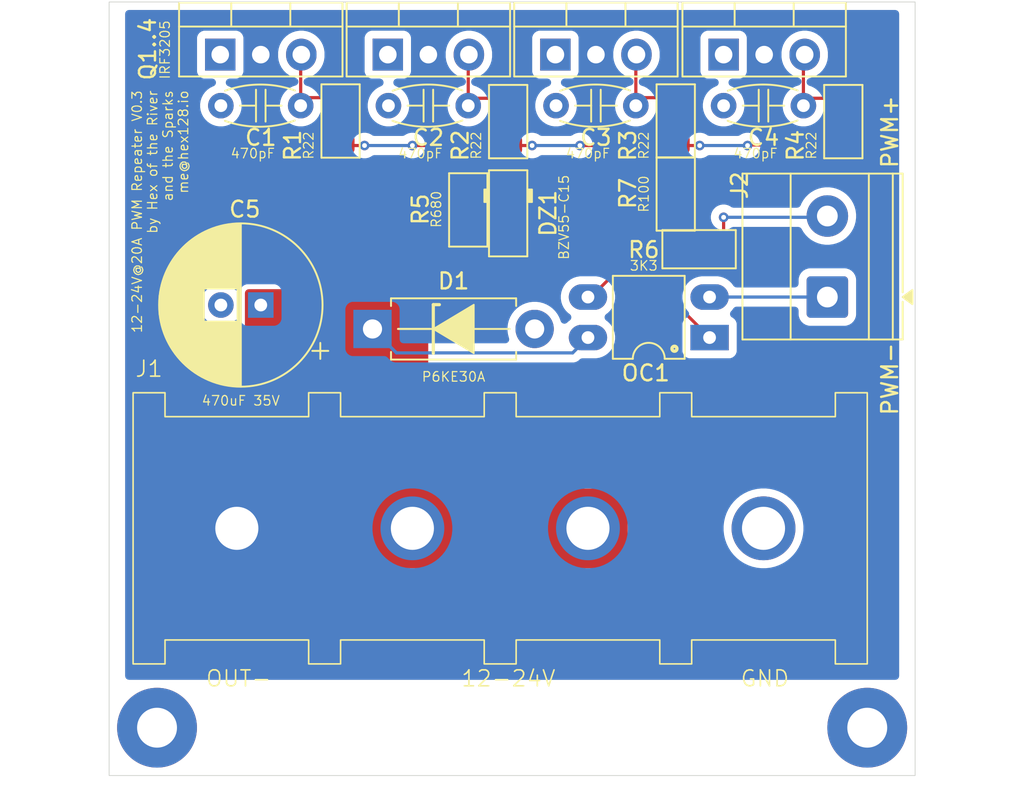
<source format=kicad_pcb>
(kicad_pcb (version 20241229) (generator "pcbnew") (generator_version "9.0")
  (title_block (title "PWM Repeater") (date "2025-04-30") (rev "0.3") (company "Hex of the River and the Sparks"))
  (layers (0 "F.Cu" power) (2 "B.Cu" mixed) (13 "F.Paste" user) (15 "B.Paste" user) (5 "F.SilkS" user "F.Silkscreen") (7 "B.SilkS" user "B.Silkscreen") (1 "F.Mask" user) (3 "B.Mask" user) (25 "Edge.Cuts" user))
  (net 0 "")
  (net 1 "GND")
  (net 2 "Net-(Q1-S)")
  (net 3 "Net-(Q2-S)")
  (net 4 "Net-(Q3-S)")
  (net 5 "Net-(Q4-S)")
  (net 6 "+24V")
  (net 7 "Net-(DZ1-K)")
  (net 8 "Net-(OC1-Pad3)")
  (net 9 "PWM-")
  (net 10 "Net-(OC1-Pad1)")
  (net 11 "OUT-")
  (net 12 "PWM+")
  (footprint "PCM_Capacitor_THT_AKL:C_Disc_D4.7mm_W2.5mm_P5.00mm" (layer "F.Cu") (at 77 45.5)
    (property "Reference" "C4" (at 2.5 2 0) (layer "F.SilkS"))
    (property "Value" "470pF" (at 2 3 0) (layer "F.SilkS") (effects (font (size 0.6 0.6) (thickness 0.075))))
    (fp_line (start 1.2 0) (end 2.2 0) (stroke (width 0.12)) (layer "F.SilkS"))
    (fp_line (start 2.2 0) (end 2.2 -1) (stroke (width 0.12)) (layer "F.SilkS"))
    (fp_line (start 2.2 0) (end 2.2 1) (stroke (width 0.12)) (layer "F.SilkS"))
    (fp_line (start 2.8 -1) (end 2.8 1) (stroke (width 0.12)) (layer "F.SilkS"))
    (fp_line (start 2.8 0) (end 3.8 0) (stroke (width 0.12)) (layer "F.SilkS"))
    (fp_arc (start 0.261356 -0.932324) (mid 2.44667 -1.323463) (end 4.6355 -0.9525) (stroke (width 0.12)) (layer "F.SilkS"))
    (fp_arc (start 4.628144 0.932323) (mid 2.44283 1.323462) (end 0.254 0.9525) (stroke (width 0.12)) (layer "F.SilkS"))
    (pad "1" thru_hole circle (at 0 0) (size 1.6 1.6) (drill 0.8) (layers "*.Cu" "*.Mask") (net 1 "GND"))
    (pad "2" thru_hole circle (at 5 0) (size 1.6 1.6) (drill 0.8) (layers "*.Cu" "*.Mask") (net 5 "Net-(Q4-S)"))
  )
  (footprint "PCM_Resistor_SMD_AKL:R_1206_3216Metric" (layer "F.Cu") (at 63.5 46.5 -90)
    (property "Reference" "R2" (at 1.5 3 90) (layer "F.SilkS"))
    (property "Value" "R22" (at 1.5 2 90) (layer "F.SilkS") (effects (font (size 0.6 0.6) (thickness 0.075))))
    (fp_line (start -2.3 1.2) (end 2.3 1.2) (stroke (width 0.12)) (layer "F.SilkS"))
    (fp_line (start 2.3 1.2) (end 2.3 -1.2) (stroke (width 0.12)) (layer "F.SilkS"))
    (fp_line (start -2.3 -1.2) (end -2.3 1.2) (stroke (width 0.12)) (layer "F.SilkS"))
    (fp_line (start 2.3 -1.2) (end -2.3 -1.2) (stroke (width 0.12)) (layer "F.SilkS"))
    (pad "1" smd roundrect (at -1.4625 0 270) (size 1.125 1.75) (layers "F.Cu" "F.Mask" "F.Paste") (roundrect_rratio 0.222222) (net 3 "Net-(Q2-S)"))
    (pad "2" smd roundrect (at 1.4625 0 270) (size 1.125 1.75) (layers "F.Cu" "F.Mask" "F.Paste") (roundrect_rratio 0.222222) (net 7 "Net-(DZ1-K)"))
  )
  (footprint "PCM_Package_DIP_AKL:DIP-4_W7.62mm_LongPads" (layer "F.Cu") (at 76.12 60.04 180)
    (property "Reference" "OC1" (at 4 -2.225 0) (layer "F.SilkS"))
    (property "Value" "PC817" (hide yes))
    (fp_line (start 6.06 3.87) (end 6.06 -1.33) (stroke (width 0.12)) (layer "F.SilkS"))
    (fp_line (start 6.06 -1.33) (end 4.81 -1.33) (stroke (width 0.12)) (layer "F.SilkS"))
    (fp_line (start 2.81 -1.33) (end 1.56 -1.33) (stroke (width 0.12)) (layer "F.SilkS"))
    (fp_line (start 1.56 3.87) (end 6.06 3.87) (stroke (width 0.12)) (layer "F.SilkS"))
    (fp_line (start 1.56 -1.33) (end 1.56 3.87) (stroke (width 0.12)) (layer "F.SilkS"))
    (fp_arc (start 4.81 -1.33) (mid 3.81 -0.33) (end 2.81 -1.33) (stroke (width 0.12)) (layer "F.SilkS"))
    (fp_circle (center 2.2 -0.7) (end 2.4 -0.7) (stroke (width 0.12)) (fill no) (layer "F.SilkS"))
    (fp_circle (center 2.2 -0.7) (end 2.325 -0.7) (stroke (width 0.12)) (fill no) (layer "F.SilkS"))
    (fp_circle (center 2.2 -0.7) (end 2.25 -0.7) (stroke (width 0.12)) (fill no) (layer "F.SilkS"))
    (pad "1" thru_hole rect (at 0 0 180) (size 2.4 1.6) (drill 0.8) (layers "*.Cu" "*.Mask") (net 10 "Net-(OC1-Pad1)"))
    (pad "2" thru_hole oval (at 0 2.54 180) (size 2.4 1.6) (drill 0.8) (layers "*.Cu" "*.Mask") (net 9 "PWM-"))
    (pad "3" thru_hole oval (at 7.62 2.54 180) (size 2.4 1.6) (drill 0.8) (layers "*.Cu" "*.Mask") (net 8 "Net-(OC1-Pad3)"))
    (pad "4" thru_hole oval (at 7.62 0 180) (size 2.4 1.6) (drill 0.8) (layers "*.Cu" "*.Mask") (net 6 "+24V"))
  )
  (footprint "PCM_Diode_SMD_AKL:D_MiniMELF" (layer "F.Cu") (at 63.5 52.25 -90)
    (property "Reference" "DZ1" (at 0 -2.5 90) (layer "F.SilkS"))
    (property "Value" "BZV55-C15" (at 0.25 -3.5 90) (layer "F.SilkS") (effects (font (size 0.6 0.6) (thickness 0.075))))
    (fp_line (start -2.7 1.2) (end 2.7 1.2) (stroke (width 0.12)) (layer "F.SilkS"))
    (fp_line (start 2.7 1.2) (end 2.7 -1.2) (stroke (width 0.12)) (layer "F.SilkS"))
    (fp_line (start -2.7 -1.2) (end -2.7 1.2) (stroke (width 0.12)) (layer "F.SilkS"))
    (fp_line (start 2.7 -1.2) (end -2.7 -1.2) (stroke (width 0.12)) (layer "F.SilkS"))
    (fp_poly (pts (xy -0.7 1.5) (xy -1.5 1.5) (xy -1.5 1.2) (xy -0.7 1.2)) (stroke (width 0.1)) (fill yes) (layer "F.SilkS"))
    (fp_poly (pts (xy -0.7 -1.2) (xy -1.5 -1.2) (xy -1.5 -1.5) (xy -0.7 -1.5)) (stroke (width 0.1)) (fill yes) (layer "F.SilkS"))
    (pad "1" smd roundrect (at -1.75 0 270) (size 1.3 1.7) (layers "F.Cu" "F.Mask" "F.Paste") (roundrect_rratio 0.1923076923) (net 7 "Net-(DZ1-K)"))
    (pad "2" smd roundrect (at 1.75 0 270) (size 1.3 1.7) (layers "F.Cu" "F.Mask" "F.Paste") (roundrect_rratio 0.1923076923) (net 1 "GND"))
  )
  (footprint "Package_TO_SOT_THT:TO-220-3_Vertical" (layer "F.Cu") (at 77 42.301)
    (property "Reference" "Q4" (hide yes))
    (property "Value" "IRF3205")
    (fp_line (start -2.58 -3.27) (end -2.58 1.371) (stroke (width 0.12)) (layer "F.SilkS"))
    (fp_line (start -2.58 -3.27) (end 7.66 -3.27) (stroke (width 0.12)) (layer "F.SilkS"))
    (fp_line (start -2.58 -1.76) (end 7.66 -1.76) (stroke (width 0.12)) (layer "F.SilkS"))
    (fp_line (start -2.58 1.371) (end 7.66 1.371) (stroke (width 0.12)) (layer "F.SilkS"))
    (fp_line (start 0.69 -3.27) (end 0.69 -1.76) (stroke (width 0.12)) (layer "F.SilkS"))
    (fp_line (start 4.391 -3.27) (end 4.391 -1.76) (stroke (width 0.12)) (layer "F.SilkS"))
    (fp_line (start 7.66 -3.27) (end 7.66 1.371) (stroke (width 0.12)) (layer "F.SilkS"))
    (pad "1" thru_hole rect (at 0 0) (size 1.905 2) (drill 1.1) (layers "*.Cu" "*.Mask") (net 1 "GND"))
    (pad "2" thru_hole oval (at 2.54 0) (size 1.905 2) (drill 1.1) (layers "*.Cu" "*.Mask") (net 11 "OUT-"))
    (pad "3" thru_hole oval (at 5.08 0) (size 1.905 2) (drill 1.1) (layers "*.Cu" "*.Mask") (net 5 "Net-(Q4-S)"))
  )
  (footprint "PCM_Diode_THT_AKL:D_DO-15_P10.16mm_Horizontal_Zener" (layer "F.Cu") (at 55 59.5)
    (property "Reference" "D1" (at 5.08 -3 0) (layer "F.SilkS"))
    (property "Value" "P6KE30A" (at 5.08 3 0) (layer "F.SilkS") (effects (font (size 0.6 0.6) (thickness 0.075))))
    (fp_line (start 1.16 -1.92) (end 9 -1.92) (stroke (width 0.12)) (layer "F.SilkS"))
    (fp_line (start 1.16 -1.44) (end 1.16 -1.92) (stroke (width 0.12)) (layer "F.SilkS"))
    (fp_line (start 1.16 1.44) (end 1.16 1.92) (stroke (width 0.12)) (layer "F.SilkS"))
    (fp_line (start 1.16 1.92) (end 9 1.92) (stroke (width 0.12)) (layer "F.SilkS"))
    (fp_line (start 1.6 0) (end 3.81 0) (stroke (width 0.12)) (layer "F.SilkS"))
    (fp_line (start 3.6 0) (end 1.6 0) (stroke (width 0.12)) (layer "F.SilkS"))
    (fp_line (start 3.81 -1.524) (end 3.81 1.524) (stroke (width 0.2)) (layer "F.SilkS"))
    (fp_line (start 3.81 -1.524) (end 4.191 -1.524) (stroke (width 0.2)) (layer "F.SilkS"))
    (fp_line (start 8.6 0) (end 6.4135 0) (stroke (width 0.12)) (layer "F.SilkS"))
    (fp_line (start 9 -1.92) (end 9 -1.44) (stroke (width 0.12)) (layer "F.SilkS"))
    (fp_line (start 9 1.92) (end 9 1.44) (stroke (width 0.12)) (layer "F.SilkS"))
    (fp_poly (pts (xy 6.35 1.524) (xy 3.81 0) (xy 6.35 -1.524)) (stroke (width 0.1)) (fill yes) (layer "F.SilkS"))
    (pad "1" thru_hole rect (at 0 0) (size 2.4 2.4) (drill 1.2) (layers "*.Cu" "*.Mask") (net 6 "+24V"))
    (pad "2" thru_hole oval (at 10.16 0) (size 2.4 2.4) (drill 1.2) (layers "*.Cu" "*.Mask") (net 1 "GND"))
  )
  (footprint "PCM_Resistor_SMD_AKL:R_1206_3216Metric" (layer "F.Cu") (at 84.5 46.5 -90)
    (property "Reference" "R4" (at 1.5 3 90) (layer "F.SilkS"))
    (property "Value" "R22" (at 1.5 2 90) (layer "F.SilkS") (effects (font (size 0.6 0.6) (thickness 0.075))))
    (fp_line (start -2.3 1.2) (end 2.3 1.2) (stroke (width 0.12)) (layer "F.SilkS"))
    (fp_line (start 2.3 1.2) (end 2.3 -1.2) (stroke (width 0.12)) (layer "F.SilkS"))
    (fp_line (start -2.3 -1.2) (end -2.3 1.2) (stroke (width 0.12)) (layer "F.SilkS"))
    (fp_line (start 2.3 -1.2) (end -2.3 -1.2) (stroke (width 0.12)) (layer "F.SilkS"))
    (pad "1" smd roundrect (at -1.4625 0 270) (size 1.125 1.75) (layers "F.Cu" "F.Mask" "F.Paste") (roundrect_rratio 0.222222) (net 5 "Net-(Q4-S)"))
    (pad "2" smd roundrect (at 1.4625 0 270) (size 1.125 1.75) (layers "F.Cu" "F.Mask" "F.Paste") (roundrect_rratio 0.222222) (net 7 "Net-(DZ1-K)"))
  )
  (footprint "MountingHole:MountingHole_2.5mm_Pad" (layer "F.Cu") (at 86 84.5)
    (property "Reference" "RH" (hide yes))
    (property "Value" "MountingHole_2.5mm_Pad")
    (pad "1" thru_hole circle (at 0 0) (size 5 5) (drill 2.5) (layers "*.Cu" "*.Mask"))
  )
  (footprint "PCM_Capacitor_THT_AKL:CP_Radial_D10.0mm_P2.50mm" (layer "F.Cu") (at 48 58 180)
    (property "Reference" "C5" (at 1 6 0) (layer "F.SilkS"))
    (property "Value" "470uF 35V" (at 1.25 -6 0) (layer "F.SilkS") (effects (font (size 0.6 0.6) (thickness 0.075))))
    (fp_line (start 6.331 -0.599) (end 6.331 0.599) (stroke (width 0.12)) (layer "F.SilkS"))
    (fp_line (start 6.291 -0.862) (end 6.291 0.862) (stroke (width 0.12)) (layer "F.SilkS"))
    (fp_line (start 6.251 -1.062) (end 6.251 1.062) (stroke (width 0.12)) (layer "F.SilkS"))
    (fp_line (start 6.211 -1.23) (end 6.211 1.23) (stroke (width 0.12)) (layer "F.SilkS"))
    (fp_line (start 6.171 -1.378) (end 6.171 1.378) (stroke (width 0.12)) (layer "F.SilkS"))
    (fp_line (start 6.131 -1.51) (end 6.131 1.51) (stroke (width 0.12)) (layer "F.SilkS"))
    (fp_line (start 6.091 -1.63) (end 6.091 1.63) (stroke (width 0.12)) (layer "F.SilkS"))
    (fp_line (start 6.051 -1.742) (end 6.051 1.742) (stroke (width 0.12)) (layer "F.SilkS"))
    (fp_line (start 6.011 -1.846) (end 6.011 1.846) (stroke (width 0.12)) (layer "F.SilkS"))
    (fp_line (start 5.971 -1.944) (end 5.971 1.944) (stroke (width 0.12)) (layer "F.SilkS"))
    (fp_line (start 5.931 -2.037) (end 5.931 2.037) (stroke (width 0.12)) (layer "F.SilkS"))
    (fp_line (start 5.891 -2.125) (end 5.891 2.125) (stroke (width 0.12)) (layer "F.SilkS"))
    (fp_line (start 5.851 -2.209) (end 5.851 2.209) (stroke (width 0.12)) (layer "F.SilkS"))
    (fp_line (start 5.811 -2.289) (end 5.811 2.289) (stroke (width 0.12)) (layer "F.SilkS"))
    (fp_line (start 5.771 -2.365) (end 5.771 2.365) (stroke (width 0.12)) (layer "F.SilkS"))
    (fp_line (start 5.731 -2.439) (end 5.731 2.439) (stroke (width 0.12)) (layer "F.SilkS"))
    (fp_line (start 5.691 -2.51) (end 5.691 2.51) (stroke (width 0.12)) (layer "F.SilkS"))
    (fp_line (start 5.651 -2.579) (end 5.651 2.579) (stroke (width 0.12)) (layer "F.SilkS"))
    (fp_line (start 5.611 -2.645) (end 5.611 2.645) (stroke (width 0.12)) (layer "F.SilkS"))
    (fp_line (start 5.571 -2.709) (end 5.571 2.709) (stroke (width 0.12)) (layer "F.SilkS"))
    (fp_line (start 5.531 -2.77) (end 5.531 2.77) (stroke (width 0.12)) (layer "F.SilkS"))
    (fp_line (start 5.491 -2.83) (end 5.491 2.83) (stroke (width 0.12)) (layer "F.SilkS"))
    (fp_line (start 5.451 -2.889) (end 5.451 2.889) (stroke (width 0.12)) (layer "F.SilkS"))
    (fp_line (start 5.411 -2.945) (end 5.411 2.945) (stroke (width 0.12)) (layer "F.SilkS"))
    (fp_line (start 5.371 -3) (end 5.371 3) (stroke (width 0.12)) (layer "F.SilkS"))
    (fp_line (start 5.331 -3.054) (end 5.331 3.054) (stroke (width 0.12)) (layer "F.SilkS"))
    (fp_line (start 5.291 -3.106) (end 5.291 3.106) (stroke (width 0.12)) (layer "F.SilkS"))
    (fp_line (start 5.251 -3.156) (end 5.251 3.156) (stroke (width 0.12)) (layer "F.SilkS"))
    (fp_line (start 5.211 -3.206) (end 5.211 3.206) (stroke (width 0.12)) (layer "F.SilkS"))
    (fp_line (start 5.171 -3.254) (end 5.171 3.254) (stroke (width 0.12)) (layer "F.SilkS"))
    (fp_line (start 5.131 -3.301) (end 5.131 3.301) (stroke (width 0.12)) (layer "F.SilkS"))
    (fp_line (start 5.091 -3.347) (end 5.091 3.347) (stroke (width 0.12)) (layer "F.SilkS"))
    (fp_line (start 5.051 -3.392) (end 5.051 3.392) (stroke (width 0.12)) (layer "F.SilkS"))
    (fp_line (start 5.011 -3.436) (end 5.011 3.436) (stroke (width 0.12)) (layer "F.SilkS"))
    (fp_line (start 4.971 -3.478) (end 4.971 3.478) (stroke (width 0.12)) (layer "F.SilkS"))
    (fp_line (start 4.931 -3.52) (end 4.931 3.52) (stroke (width 0.12)) (layer "F.SilkS"))
    (fp_line (start 4.891 -3.561) (end 4.891 3.561) (stroke (width 0.12)) (layer "F.SilkS"))
    (fp_line (start 4.851 -3.601) (end 4.851 3.601) (stroke (width 0.12)) (layer "F.SilkS"))
    (fp_line (start 4.811 -3.64) (end 4.811 3.64) (stroke (width 0.12)) (layer "F.SilkS"))
    (fp_line (start 4.771 -3.679) (end 4.771 3.679) (stroke (width 0.12)) (layer "F.SilkS"))
    (fp_line (start 4.731 -3.716) (end 4.731 3.716) (stroke (width 0.12)) (layer "F.SilkS"))
    (fp_line (start 4.691 -3.753) (end 4.691 3.753) (stroke (width 0.12)) (layer "F.SilkS"))
    (fp_line (start 4.651 -3.789) (end 4.651 3.789) (stroke (width 0.12)) (layer "F.SilkS"))
    (fp_line (start 4.611 -3.824) (end 4.611 3.824) (stroke (width 0.12)) (layer "F.SilkS"))
    (fp_line (start 4.571 -3.858) (end 4.571 3.858) (stroke (width 0.12)) (layer "F.SilkS"))
    (fp_line (start 4.531 -3.892) (end 4.531 3.892) (stroke (width 0.12)) (layer "F.SilkS"))
    (fp_line (start 4.491 -3.925) (end 4.491 3.925) (stroke (width 0.12)) (layer "F.SilkS"))
    (fp_line (start 4.451 -3.957) (end 4.451 3.957) (stroke (width 0.12)) (layer "F.SilkS"))
    (fp_line (start 4.411 -3.989) (end 4.411 3.989) (stroke (width 0.12)) (layer "F.SilkS"))
    (fp_line (start 4.371 -4.02) (end 4.371 4.02) (stroke (width 0.12)) (layer "F.SilkS"))
    (fp_line (start 4.331 -4.05) (end 4.331 4.05) (stroke (width 0.12)) (layer "F.SilkS"))
    (fp_line (start 4.291 -4.08) (end 4.291 4.08) (stroke (width 0.12)) (layer "F.SilkS"))
    (fp_line (start 4.251 -4.11) (end 4.251 4.11) (stroke (width 0.12)) (layer "F.SilkS"))
    (fp_line (start 4.211 -4.138) (end 4.211 4.138) (stroke (width 0.12)) (layer "F.SilkS"))
    (fp_line (start 4.171 -4.166) (end 4.171 4.166) (stroke (width 0.12)) (layer "F.SilkS"))
    (fp_line (start 4.131 -4.194) (end 4.131 4.194) (stroke (width 0.12)) (layer "F.SilkS"))
    (fp_line (start 4.091 -4.221) (end 4.091 4.221) (stroke (width 0.12)) (layer "F.SilkS"))
    (fp_line (start 4.051 -4.247) (end 4.051 4.247) (stroke (width 0.12)) (layer "F.SilkS"))
    (fp_line (start 4.011 -4.273) (end 4.011 4.273) (stroke (width 0.12)) (layer "F.SilkS"))
    (fp_line (start 3.971 -4.298) (end 3.971 4.298) (stroke (width 0.12)) (layer "F.SilkS"))
    (fp_line (start 3.931 -4.323) (end 3.931 4.323) (stroke (width 0.12)) (layer "F.SilkS"))
    (fp_line (start 3.891 -4.347) (end 3.891 4.347) (stroke (width 0.12)) (layer "F.SilkS"))
    (fp_line (start 3.851 -4.371) (end 3.851 4.371) (stroke (width 0.12)) (layer "F.SilkS"))
    (fp_line (start 3.811 -4.395) (end 3.811 4.395) (stroke (width 0.12)) (layer "F.SilkS"))
    (fp_line (start 3.771 -4.417) (end 3.771 4.417) (stroke (width 0.12)) (layer "F.SilkS"))
    (fp_line (start 3.731 -4.44) (end 3.731 4.44) (stroke (width 0.12)) (layer "F.SilkS"))
    (fp_line (start 3.691 -4.462) (end 3.691 4.462) (stroke (width 0.12)) (layer "F.SilkS"))
    (fp_line (start 3.651 -4.483) (end 3.651 4.483) (stroke (width 0.12)) (layer "F.SilkS"))
    (fp_line (start 3.611 -4.504) (end 3.611 4.504) (stroke (width 0.12)) (layer "F.SilkS"))
    (fp_line (start 3.571 -4.525) (end 3.571 4.525) (stroke (width 0.12)) (layer "F.SilkS"))
    (fp_line (start 3.531 1.04) (end 3.531 4.545) (stroke (width 0.12)) (layer "F.SilkS"))
    (fp_line (start 3.531 -4.545) (end 3.531 -1.04) (stroke (width 0.12)) (layer "F.SilkS"))
    (fp_line (start 3.491 1.04) (end 3.491 4.564) (stroke (width 0.12)) (layer "F.SilkS"))
    (fp_line (start 3.491 -4.564) (end 3.491 -1.04) (stroke (width 0.12)) (layer "F.SilkS"))
    (fp_line (start 3.451 1.04) (end 3.451 4.584) (stroke (width 0.12)) (layer "F.SilkS"))
    (fp_line (start 3.451 -4.584) (end 3.451 -1.04) (stroke (width 0.12)) (layer "F.SilkS"))
    (fp_line (start 3.411 1.04) (end 3.411 4.603) (stroke (width 0.12)) (layer "F.SilkS"))
    (fp_line (start 3.411 -4.603) (end 3.411 -1.04) (stroke (width 0.12)) (layer "F.SilkS"))
    (fp_line (start 3.371 1.04) (end 3.371 4.621) (stroke (width 0.12)) (layer "F.SilkS"))
    (fp_line (start 3.371 -4.621) (end 3.371 -1.04) (stroke (width 0.12)) (layer "F.SilkS"))
    (fp_line (start 3.331 1.04) (end 3.331 4.639) (stroke (width 0.12)) (layer "F.SilkS"))
    (fp_line (start 3.331 -4.639) (end 3.331 -1.04) (stroke (width 0.12)) (layer "F.SilkS"))
    (fp_line (start 3.291 1.04) (end 3.291 4.657) (stroke (width 0.12)) (layer "F.SilkS"))
    (fp_line (start 3.291 -4.657) (end 3.291 -1.04) (stroke (width 0.12)) (layer "F.SilkS"))
    (fp_line (start 3.251 1.04) (end 3.251 4.674) (stroke (width 0.12)) (layer "F.SilkS"))
    (fp_line (start 3.251 -4.674) (end 3.251 -1.04) (stroke (width 0.12)) (layer "F.SilkS"))
    (fp_line (start 3.211 1.04) (end 3.211 4.69) (stroke (width 0.12)) (layer "F.SilkS"))
    (fp_line (start 3.211 -4.69) (end 3.211 -1.04) (stroke (width 0.12)) (layer "F.SilkS"))
    (fp_line (start 3.171 1.04) (end 3.171 4.707) (stroke (width 0.12)) (layer "F.SilkS"))
    (fp_line (start 3.171 -4.707) (end 3.171 -1.04) (stroke (width 0.12)) (layer "F.SilkS"))
    (fp_line (start 3.131 1.04) (end 3.131 4.723) (stroke (width 0.12)) (layer "F.SilkS"))
    (fp_line (start 3.131 -4.723) (end 3.131 -1.04) (stroke (width 0.12)) (layer "F.SilkS"))
    (fp_line (start 3.091 1.04) (end 3.091 4.738) (stroke (width 0.12)) (layer "F.SilkS"))
    (fp_line (start 3.091 -4.738) (end 3.091 -1.04) (stroke (width 0.12)) (layer "F.SilkS"))
    (fp_line (start 3.051 1.04) (end 3.051 4.754) (stroke (width 0.12)) (layer "F.SilkS"))
    (fp_line (start 3.051 -4.754) (end 3.051 -1.04) (stroke (width 0.12)) (layer "F.SilkS"))
    (fp_line (start 3.011 1.04) (end 3.011 4.768) (stroke (width 0.12)) (layer "F.SilkS"))
    (fp_line (start 3.011 -4.768) (end 3.011 -1.04) (stroke (width 0.12)) (layer "F.SilkS"))
    (fp_line (start 2.971 1.04) (end 2.971 4.783) (stroke (width 0.12)) (layer "F.SilkS"))
    (fp_line (start 2.971 -4.783) (end 2.971 -1.04) (stroke (width 0.12)) (layer "F.SilkS"))
    (fp_line (start 2.931 1.04) (end 2.931 4.797) (stroke (width 0.12)) (layer "F.SilkS"))
    (fp_line (start 2.931 -4.797) (end 2.931 -1.04) (stroke (width 0.12)) (layer "F.SilkS"))
    (fp_line (start 2.891 1.04) (end 2.891 4.811) (stroke (width 0.12)) (layer "F.SilkS"))
    (fp_line (start 2.891 -4.811) (end 2.891 -1.04) (stroke (width 0.12)) (layer "F.SilkS"))
    (fp_line (start 2.851 1.04) (end 2.851 4.824) (stroke (width 0.12)) (layer "F.SilkS"))
    (fp_line (start 2.851 -4.824) (end 2.851 -1.04) (stroke (width 0.12)) (layer "F.SilkS"))
    (fp_line (start 2.811 1.04) (end 2.811 4.837) (stroke (width 0.12)) (layer "F.SilkS"))
    (fp_line (start 2.811 -4.837) (end 2.811 -1.04) (stroke (width 0.12)) (layer "F.SilkS"))
    (fp_line (start 2.771 1.04) (end 2.771 4.85) (stroke (width 0.12)) (layer "F.SilkS"))
    (fp_line (start 2.771 -4.85) (end 2.771 -1.04) (stroke (width 0.12)) (layer "F.SilkS"))
    (fp_line (start 2.731 1.04) (end 2.731 4.862) (stroke (width 0.12)) (layer "F.SilkS"))
    (fp_line (start 2.731 -4.862) (end 2.731 -1.04) (stroke (width 0.12)) (layer "F.SilkS"))
    (fp_line (start 2.691 1.04) (end 2.691 4.874) (stroke (width 0.12)) (layer "F.SilkS"))
    (fp_line (start 2.691 -4.874) (end 2.691 -1.04) (stroke (width 0.12)) (layer "F.SilkS"))
    (fp_line (start 2.651 1.04) (end 2.651 4.885) (stroke (width 0.12)) (layer "F.SilkS"))
    (fp_line (start 2.651 -4.885) (end 2.651 -1.04) (stroke (width 0.12)) (layer "F.SilkS"))
    (fp_line (start 2.611 1.04) (end 2.611 4.897) (stroke (width 0.12)) (layer "F.SilkS"))
    (fp_line (start 2.611 -4.897) (end 2.611 -1.04) (stroke (width 0.12)) (layer "F.SilkS"))
    (fp_line (start 2.571 1.04) (end 2.571 4.907) (stroke (width 0.12)) (layer "F.SilkS"))
    (fp_line (start 2.571 -4.907) (end 2.571 -1.04) (stroke (width 0.12)) (layer "F.SilkS"))
    (fp_line (start 2.531 1.04) (end 2.531 4.918) (stroke (width 0.12)) (layer "F.SilkS"))
    (fp_line (start 2.531 -4.918) (end 2.531 -1.04) (stroke (width 0.12)) (layer "F.SilkS"))
    (fp_line (start 2.491 1.04) (end 2.491 4.928) (stroke (width 0.12)) (layer "F.SilkS"))
    (fp_line (start 2.491 -4.928) (end 2.491 -1.04) (stroke (width 0.12)) (layer "F.SilkS"))
    (fp_line (start 2.451 1.04) (end 2.451 4.938) (stroke (width 0.12)) (layer "F.SilkS"))
    (fp_line (start 2.451 -4.938) (end 2.451 -1.04) (stroke (width 0.12)) (layer "F.SilkS"))
    (fp_line (start 2.411 1.04) (end 2.411 4.947) (stroke (width 0.12)) (layer "F.SilkS"))
    (fp_line (start 2.411 -4.947) (end 2.411 -1.04) (stroke (width 0.12)) (layer "F.SilkS"))
    (fp_line (start 2.371 1.04) (end 2.371 4.956) (stroke (width 0.12)) (layer "F.SilkS"))
    (fp_line (start 2.371 -4.956) (end 2.371 -1.04) (stroke (width 0.12)) (layer "F.SilkS"))
    (fp_line (start 2.331 1.04) (end 2.331 4.965) (stroke (width 0.12)) (layer "F.SilkS"))
    (fp_line (start 2.331 -4.965) (end 2.331 -1.04) (stroke (width 0.12)) (layer "F.SilkS"))
    (fp_line (start 2.291 1.04) (end 2.291 4.974) (stroke (width 0.12)) (layer "F.SilkS"))
    (fp_line (start 2.291 -4.974) (end 2.291 -1.04) (stroke (width 0.12)) (layer "F.SilkS"))
    (fp_line (start 2.251 1.04) (end 2.251 4.982) (stroke (width 0.12)) (layer "F.SilkS"))
    (fp_line (start 2.251 -4.982) (end 2.251 -1.04) (stroke (width 0.12)) (layer "F.SilkS"))
    (fp_line (start 2.211 1.04) (end 2.211 4.99) (stroke (width 0.12)) (layer "F.SilkS"))
    (fp_line (start 2.211 -4.99) (end 2.211 -1.04) (stroke (width 0.12)) (layer "F.SilkS"))
    (fp_line (start 2.171 1.04) (end 2.171 4.997) (stroke (width 0.12)) (layer "F.SilkS"))
    (fp_line (start 2.171 -4.997) (end 2.171 -1.04) (stroke (width 0.12)) (layer "F.SilkS"))
    (fp_line (start 2.131 1.04) (end 2.131 5.004) (stroke (width 0.12)) (layer "F.SilkS"))
    (fp_line (start 2.131 -5.004) (end 2.131 -1.04) (stroke (width 0.12)) (layer "F.SilkS"))
    (fp_line (start 2.091 1.04) (end 2.091 5.011) (stroke (width 0.12)) (layer "F.SilkS"))
    (fp_line (start 2.091 -5.011) (end 2.091 -1.04) (stroke (width 0.12)) (layer "F.SilkS"))
    (fp_line (start 2.051 1.04) (end 2.051 5.018) (stroke (width 0.12)) (layer "F.SilkS"))
    (fp_line (start 2.051 -5.018) (end 2.051 -1.04) (stroke (width 0.12)) (layer "F.SilkS"))
    (fp_line (start 2.011 1.04) (end 2.011 5.024) (stroke (width 0.12)) (layer "F.SilkS"))
    (fp_line (start 2.011 -5.024) (end 2.011 -1.04) (stroke (width 0.12)) (layer "F.SilkS"))
    (fp_line (start 1.971 1.04) (end 1.971 5.03) (stroke (width 0.12)) (layer "F.SilkS"))
    (fp_line (start 1.971 -5.03) (end 1.971 -1.04) (stroke (width 0.12)) (layer "F.SilkS"))
    (fp_line (start 1.93 1.04) (end 1.93 5.035) (stroke (width 0.12)) (layer "F.SilkS"))
    (fp_line (start 1.93 -5.035) (end 1.93 -1.04) (stroke (width 0.12)) (layer "F.SilkS"))
    (fp_line (start 1.89 1.04) (end 1.89 5.04) (stroke (width 0.12)) (layer "F.SilkS"))
    (fp_line (start 1.89 -5.04) (end 1.89 -1.04) (stroke (width 0.12)) (layer "F.SilkS"))
    (fp_line (start 1.85 1.04) (end 1.85 5.045) (stroke (width 0.12)) (layer "F.SilkS"))
    (fp_line (start 1.85 -5.045) (end 1.85 -1.04) (stroke (width 0.12)) (layer "F.SilkS"))
    (fp_line (start 1.81 1.04) (end 1.81 5.05) (stroke (width 0.12)) (layer "F.SilkS"))
    (fp_line (start 1.81 -5.05) (end 1.81 -1.04) (stroke (width 0.12)) (layer "F.SilkS"))
    (fp_line (start 1.77 1.04) (end 1.77 5.054) (stroke (width 0.12)) (layer "F.SilkS"))
    (fp_line (start 1.77 -5.054) (end 1.77 -1.04) (stroke (width 0.12)) (layer "F.SilkS"))
    (fp_line (start 1.73 1.04) (end 1.73 5.058) (stroke (width 0.12)) (layer "F.SilkS"))
    (fp_line (start 1.73 -5.058) (end 1.73 -1.04) (stroke (width 0.12)) (layer "F.SilkS"))
    (fp_line (start 1.69 1.04) (end 1.69 5.062) (stroke (width 0.12)) (layer "F.SilkS"))
    (fp_line (start 1.69 -5.062) (end 1.69 -1.04) (stroke (width 0.12)) (layer "F.SilkS"))
    (fp_line (start 1.65 1.04) (end 1.65 5.065) (stroke (width 0.12)) (layer "F.SilkS"))
    (fp_line (start 1.65 -5.065) (end 1.65 -1.04) (stroke (width 0.12)) (layer "F.SilkS"))
    (fp_line (start 1.61 1.04) (end 1.61 5.068) (stroke (width 0.12)) (layer "F.SilkS"))
    (fp_line (start 1.61 -5.068) (end 1.61 -1.04) (stroke (width 0.12)) (layer "F.SilkS"))
    (fp_line (start 1.57 1.04) (end 1.57 5.07) (stroke (width 0.12)) (layer "F.SilkS"))
    (fp_line (start 1.57 -5.07) (end 1.57 -1.04) (stroke (width 0.12)) (layer "F.SilkS"))
    (fp_line (start 1.53 1.04) (end 1.53 5.073) (stroke (width 0.12)) (layer "F.SilkS"))
    (fp_line (start 1.53 -5.073) (end 1.53 -1.04) (stroke (width 0.12)) (layer "F.SilkS"))
    (fp_line (start 1.49 1.04) (end 1.49 5.075) (stroke (width 0.12)) (layer "F.SilkS"))
    (fp_line (start 1.49 -5.075) (end 1.49 -1.04) (stroke (width 0.12)) (layer "F.SilkS"))
    (fp_line (start 1.45 -5.077) (end 1.45 5.077) (stroke (width 0.12)) (layer "F.SilkS"))
    (fp_line (start 1.41 -5.078) (end 1.41 5.078) (stroke (width 0.12)) (layer "F.SilkS"))
    (fp_line (start 1.37 -5.079) (end 1.37 5.079) (stroke (width 0.12)) (layer "F.SilkS"))
    (fp_line (start 1.33 -5.08) (end 1.33 5.08) (stroke (width 0.12)) (layer "F.SilkS"))
    (fp_line (start 1.29 -5.08) (end 1.29 5.08) (stroke (width 0.12)) (layer "F.SilkS"))
    (fp_line (start 1.25 -5.08) (end 1.25 5.08) (stroke (width 0.12)) (layer "F.SilkS"))
    (fp_line (start -3.729646 -3.375) (end -3.729646 -2.375) (stroke (width 0.12)) (layer "F.SilkS"))
    (fp_line (start -4.229646 -2.875) (end -3.229646 -2.875) (stroke (width 0.12)) (layer "F.SilkS"))
    (fp_circle (center 1.25 0) (end 6.37 0) (stroke (width 0.12)) (fill no) (layer "F.SilkS"))
    (pad "1" thru_hole rect (at 0 0 180) (size 1.6 1.6) (drill 0.8) (layers "*.Cu" "*.Mask") (net 6 "+24V"))
    (pad "2" thru_hole circle (at 2.5 0 180) (size 1.6 1.6) (drill 0.8) (layers "*.Cu" "*.Mask") (net 1 "GND"))
  )
  (footprint "PCM_Resistor_SMD_AKL:R_1206_3216Metric" (layer "F.Cu") (at 75.4625 54.5)
    (property "Reference" "R6" (at -3.4625 0.0375 0) (layer "F.SilkS"))
    (property "Value" "3K3" (at -3.4625 1.0375 0) (layer "F.SilkS") (effects (font (size 0.6 0.6) (thickness 0.075))))
    (fp_line (start -2.3 -1.2) (end -2.3 1.2) (stroke (width 0.12)) (layer "F.SilkS"))
    (fp_line (start -2.3 1.2) (end 2.3 1.2) (stroke (width 0.12)) (layer "F.SilkS"))
    (fp_line (start 2.3 -1.2) (end -2.3 -1.2) (stroke (width 0.12)) (layer "F.SilkS"))
    (fp_line (start 2.3 1.2) (end 2.3 -1.2) (stroke (width 0.12)) (layer "F.SilkS"))
    (pad "1" smd roundrect (at -1.4625 0) (size 1.125 1.75) (layers "F.Cu" "F.Mask" "F.Paste") (roundrect_rratio 0.222222) (net 10 "Net-(OC1-Pad1)"))
    (pad "2" smd roundrect (at 1.4625 0) (size 1.125 1.75) (layers "F.Cu" "F.Mask" "F.Paste") (roundrect_rratio 0.222222) (net 12 "PWM+"))
  )
  (footprint "PCM_Capacitor_THT_AKL:C_Disc_D4.7mm_W2.5mm_P5.00mm" (layer "F.Cu") (at 66.5 45.5)
    (property "Reference" "C3" (at 2.5 2 0) (layer "F.SilkS"))
    (property "Value" "470pF" (at 2 3 0) (layer "F.SilkS") (effects (font (size 0.6 0.6) (thickness 0.075))))
    (fp_line (start 1.2 0) (end 2.2 0) (stroke (width 0.12)) (layer "F.SilkS"))
    (fp_line (start 2.2 0) (end 2.2 -1) (stroke (width 0.12)) (layer "F.SilkS"))
    (fp_line (start 2.2 0) (end 2.2 1) (stroke (width 0.12)) (layer "F.SilkS"))
    (fp_line (start 2.8 -1) (end 2.8 1) (stroke (width 0.12)) (layer "F.SilkS"))
    (fp_line (start 2.8 0) (end 3.8 0) (stroke (width 0.12)) (layer "F.SilkS"))
    (fp_arc (start 0.261356 -0.932324) (mid 2.44667 -1.323463) (end 4.6355 -0.9525) (stroke (width 0.12)) (layer "F.SilkS"))
    (fp_arc (start 4.628144 0.932323) (mid 2.44283 1.323462) (end 0.254 0.9525) (stroke (width 0.12)) (layer "F.SilkS"))
    (pad "1" thru_hole circle (at 0 0) (size 1.6 1.6) (drill 0.8) (layers "*.Cu" "*.Mask") (net 1 "GND"))
    (pad "2" thru_hole circle (at 5 0) (size 1.6 1.6) (drill 0.8) (layers "*.Cu" "*.Mask") (net 4 "Net-(Q3-S)"))
  )
  (footprint "Package_TO_SOT_THT:TO-220-3_Vertical" (layer "F.Cu") (at 45.46 42.301)
    (property "Reference" "Q1" (hide yes))
    (property "Value" "IRF3205" (at -3.46 -0.301 90) (layer "F.SilkS") (effects (font (size 0.6 0.6) (thickness 0.075))))
    (fp_line (start -2.58 -3.27) (end -2.58 1.371) (stroke (width 0.12)) (layer "F.SilkS"))
    (fp_line (start -2.58 -3.27) (end 7.66 -3.27) (stroke (width 0.12)) (layer "F.SilkS"))
    (fp_line (start -2.58 -1.76) (end 7.66 -1.76) (stroke (width 0.12)) (layer "F.SilkS"))
    (fp_line (start -2.58 1.371) (end 7.66 1.371) (stroke (width 0.12)) (layer "F.SilkS"))
    (fp_line (start 0.69 -3.27) (end 0.69 -1.76) (stroke (width 0.12)) (layer "F.SilkS"))
    (fp_line (start 4.391 -3.27) (end 4.391 -1.76) (stroke (width 0.12)) (layer "F.SilkS"))
    (fp_line (start 7.66 -3.27) (end 7.66 1.371) (stroke (width 0.12)) (layer "F.SilkS"))
    (pad "1" thru_hole rect (at 0 0) (size 1.905 2) (drill 1.1) (layers "*.Cu" "*.Mask") (net 1 "GND"))
    (pad "2" thru_hole oval (at 2.54 0) (size 1.905 2) (drill 1.1) (layers "*.Cu" "*.Mask") (net 11 "OUT-"))
    (pad "3" thru_hole oval (at 5.08 0) (size 1.905 2) (drill 1.1) (layers "*.Cu" "*.Mask") (net 2 "Net-(Q1-S)"))
  )
  (footprint "PCM_Capacitor_THT_AKL:C_Disc_D4.7mm_W2.5mm_P5.00mm" (layer "F.Cu") (at 56 45.5)
    (property "Reference" "C2" (at 2.5 2 0) (layer "F.SilkS"))
    (property "Value" "470pF" (at 2 3 0) (layer "F.SilkS") (effects (font (size 0.6 0.6) (thickness 0.075))))
    (fp_line (start 1.2 0) (end 2.2 0) (stroke (width 0.12)) (layer "F.SilkS"))
    (fp_line (start 2.2 0) (end 2.2 -1) (stroke (width 0.12)) (layer "F.SilkS"))
    (fp_line (start 2.2 0) (end 2.2 1) (stroke (width 0.12)) (layer "F.SilkS"))
    (fp_line (start 2.8 -1) (end 2.8 1) (stroke (width 0.12)) (layer "F.SilkS"))
    (fp_line (start 2.8 0) (end 3.8 0) (stroke (width 0.12)) (layer "F.SilkS"))
    (fp_arc (start 0.261356 -0.932324) (mid 2.44667 -1.323463) (end 4.6355 -0.9525) (stroke (width 0.12)) (layer "F.SilkS"))
    (fp_arc (start 4.628144 0.932323) (mid 2.44283 1.323462) (end 0.254 0.9525) (stroke (width 0.12)) (layer "F.SilkS"))
    (pad "1" thru_hole circle (at 0 0) (size 1.6 1.6) (drill 0.8) (layers "*.Cu" "*.Mask") (net 1 "GND"))
    (pad "2" thru_hole circle (at 5 0) (size 1.6 1.6) (drill 0.8) (layers "*.Cu" "*.Mask") (net 3 "Net-(Q2-S)"))
  )
  (footprint "PCM_Capacitor_THT_AKL:C_Disc_D4.7mm_W2.5mm_P5.00mm" (layer "F.Cu") (at 45.5 45.5)
    (property "Reference" "C1" (at 2.5 2 0) (layer "F.SilkS"))
    (property "Value" "470pF" (at 2 3 0) (layer "F.SilkS") (effects (font (size 0.6 0.6) (thickness 0.075))))
    (fp_line (start 1.2 0) (end 2.2 0) (stroke (width 0.12)) (layer "F.SilkS"))
    (fp_line (start 2.2 0) (end 2.2 -1) (stroke (width 0.12)) (layer "F.SilkS"))
    (fp_line (start 2.2 0) (end 2.2 1) (stroke (width 0.12)) (layer "F.SilkS"))
    (fp_line (start 2.8 -1) (end 2.8 1) (stroke (width 0.12)) (layer "F.SilkS"))
    (fp_line (start 2.8 0) (end 3.8 0) (stroke (width 0.12)) (layer "F.SilkS"))
    (fp_arc (start 0.261356 -0.932324) (mid 2.44667 -1.323463) (end 4.6355 -0.9525) (stroke (width 0.12)) (layer "F.SilkS"))
    (fp_arc (start 4.628144 0.932323) (mid 2.44283 1.323462) (end 0.254 0.9525) (stroke (width 0.12)) (layer "F.SilkS"))
    (pad "1" thru_hole circle (at 0 0) (size 1.6 1.6) (drill 0.8) (layers "*.Cu" "*.Mask") (net 1 "GND"))
    (pad "2" thru_hole circle (at 5 0) (size 1.6 1.6) (drill 0.8) (layers "*.Cu" "*.Mask") (net 2 "Net-(Q1-S)"))
  )
  (footprint "MountingHole:MountingHole_2.5mm_Pad" (layer "F.Cu") (at 41.5 84.5)
    (property "Reference" "LH" (hide yes))
    (property "Value" "MountingHole_2.5mm_Pad")
    (pad "1" thru_hole circle (at 0 0) (size 5 5) (drill 2.5) (layers "*.Cu" "*.Mask"))
  )
  (footprint "PCM_Resistor_SMD_AKL:R_1206_3216Metric" (layer "F.Cu") (at 74 46.4625 -90)
    (property "Reference" "R3" (at 1.5375 3 90) (layer "F.SilkS"))
    (property "Value" "R22" (at 1.5375 2 90) (layer "F.SilkS") (effects (font (size 0.6 0.6) (thickness 0.075))))
    (fp_line (start -2.3 1.2) (end 2.3 1.2) (stroke (width 0.12)) (layer "F.SilkS"))
    (fp_line (start 2.3 1.2) (end 2.3 -1.2) (stroke (width 0.12)) (layer "F.SilkS"))
    (fp_line (start -2.3 -1.2) (end -2.3 1.2) (stroke (width 0.12)) (layer "F.SilkS"))
    (fp_line (start 2.3 -1.2) (end -2.3 -1.2) (stroke (width 0.12)) (layer "F.SilkS"))
    (pad "1" smd roundrect (at -1.4625 0 270) (size 1.125 1.75) (layers "F.Cu" "F.Mask" "F.Paste") (roundrect_rratio 0.222222) (net 4 "Net-(Q3-S)"))
    (pad "2" smd roundrect (at 1.4625 0 270) (size 1.125 1.75) (layers "F.Cu" "F.Mask" "F.Paste") (roundrect_rratio 0.222222) (net 7 "Net-(DZ1-K)"))
  )
  (footprint "TerminalBlock_Phoenix:TerminalBlock_Phoenix_MKDS-1,5-2-5.08_1x02_P5.08mm_Horizontal" (layer "F.Cu") (at 83.5 57.5 90)
    (property "Reference" "J2" (at 7 -5.5 90) (layer "F.SilkS"))
    (property "Value" "SIGNAL")
    (fp_line (start 7.74 -5.32) (end 7.74 4.72) (stroke (width 0.12)) (layer "F.SilkS"))
    (fp_line (start -2.66 -5.32) (end 7.74 -5.32) (stroke (width 0.12)) (layer "F.SilkS"))
    (fp_line (start -2.66 -5.32) (end -2.66 4.72) (stroke (width 0.12)) (layer "F.SilkS"))
    (fp_line (start -2.66 -2.3) (end 7.74 -2.3) (stroke (width 0.12)) (layer "F.SilkS"))
    (fp_line (start -2.66 2.6) (end 7.74 2.6) (stroke (width 0.12)) (layer "F.SilkS"))
    (fp_line (start -2.66 4.1) (end 7.74 4.1) (stroke (width 0.12)) (layer "F.SilkS"))
    (fp_line (start 0.3 4.72) (end 7.74 4.72) (stroke (width 0.12)) (layer "F.SilkS"))
    (fp_line (start -2.66 4.72) (end -0.3 4.72) (stroke (width 0.12)) (layer "F.SilkS"))
    (fp_poly (pts (xy 0 4.72) (xy 0.44 5.33) (xy -0.44 5.33)) (stroke (width 0.12)) (fill yes) (layer "F.SilkS"))
    (pad "1" thru_hole roundrect (at 0 0 90) (size 2.6 2.6) (drill 1.3) (layers "*.Cu" "*.Mask") (roundrect_rratio 0.096154) (net 9 "PWM-"))
    (pad "2" thru_hole circle (at 5.08 0 90) (size 2.6 2.6) (drill 1.3) (layers "*.Cu" "*.Mask") (net 12 "PWM+"))
  )
  (footprint "TerminalBlock:TerminalBlock_Degson_DG65C-B-04P" (layer "F.Cu") (at 63 72)
    (property "Reference" "J1" (at -22 -10 0) (layer "F.SilkS") (effects (font (thickness 0.1))))
    (property "Value" "POWER")
    (fp_poly (pts (xy 23 8.5) (xy 23 -8.5) (xy 21 -8.5) (xy 21 -7) (xy 12 -7) (xy 12 -8.5) (xy 10 -8.5) (xy 10 -7) (xy 1 -7) (xy 1 -8.5) (xy -1 -8.5) (xy -1 -7) (xy -10 -7) (xy -10 -8.5) (xy -12 -8.5) (xy -12 -7) (xy -21 -7) (xy -21 -8.5) (xy -23 -8.5) (xy -23 8.5) (xy -21 8.5) (xy -21 7) (xy -12 7) (xy -12 8.5) (xy -10 8.5) (xy -10 7) (xy -1 7) (xy -1 8.5) (xy 1 8.5) (xy 1 7) (xy 10 7) (xy 10 8.5) (xy 12 8.5) (xy 12 7) (xy 21 7) (xy 21 8.5)) (stroke (width 0.1)) (fill no) (layer "F.SilkS"))
    (pad "1" thru_hole circle (at -16.5 0) (size 4 4) (drill 2.7) (layers "*.Cu" "*.Mask") (net 11 "OUT-"))
    (pad "2" thru_hole circle (at -5.5 0) (size 4 4) (drill 2.7) (layers "*.Cu" "*.Mask") (net 6 "+24V"))
    (pad "3" thru_hole circle (at 5.5 0) (size 4 4) (drill 2.7) (layers "*.Cu" "*.Mask") (net 6 "+24V"))
    (pad "4" thru_hole circle (at 16.5 0) (size 4 4) (drill 2.7) (layers "*.Cu" "*.Mask") (net 1 "GND"))
  )
  (footprint "PCM_Resistor_SMD_AKL:R_1206_3216Metric" (layer "F.Cu") (at 74 51.0375 -90)
    (property "Reference" "R7" (at -0.0375 3 90) (layer "F.SilkS"))
    (property "Value" "R100" (at 0 2 90) (layer "F.SilkS") (effects (font (size 0.6 0.6) (thickness 0.075))))
    (fp_line (start -2.3 1.2) (end 2.3 1.2) (stroke (width 0.12)) (layer "F.SilkS"))
    (fp_line (start 2.3 1.2) (end 2.3 -1.2) (stroke (width 0.12)) (layer "F.SilkS"))
    (fp_line (start -2.3 -1.2) (end -2.3 1.2) (stroke (width 0.12)) (layer "F.SilkS"))
    (fp_line (start 2.3 -1.2) (end -2.3 -1.2) (stroke (width 0.12)) (layer "F.SilkS"))
    (pad "1" smd roundrect (at -1.4625 0 270) (size 1.125 1.75) (layers "F.Cu" "F.Mask" "F.Paste") (roundrect_rratio 0.222222) (net 7 "Net-(DZ1-K)"))
    (pad "2" smd roundrect (at 1.4625 0 270) (size 1.125 1.75) (layers "F.Cu" "F.Mask" "F.Paste") (roundrect_rratio 0.222222) (net 8 "Net-(OC1-Pad3)"))
  )
  (footprint "Package_TO_SOT_THT:TO-220-3_Vertical" (layer "F.Cu") (at 66.46 42.301)
    (property "Reference" "Q3" (hide yes))
    (property "Value" "IRF3205")
    (fp_line (start -2.58 -3.27) (end -2.58 1.371) (stroke (width 0.12)) (layer "F.SilkS"))
    (fp_line (start -2.58 -3.27) (end 7.66 -3.27) (stroke (width 0.12)) (layer "F.SilkS"))
    (fp_line (start -2.58 -1.76) (end 7.66 -1.76) (stroke (width 0.12)) (layer "F.SilkS"))
    (fp_line (start -2.58 1.371) (end 7.66 1.371) (stroke (width 0.12)) (layer "F.SilkS"))
    (fp_line (start 0.69 -3.27) (end 0.69 -1.76) (stroke (width 0.12)) (layer "F.SilkS"))
    (fp_line (start 4.391 -3.27) (end 4.391 -1.76) (stroke (width 0.12)) (layer "F.SilkS"))
    (fp_line (start 7.66 -3.27) (end 7.66 1.371) (stroke (width 0.12)) (layer "F.SilkS"))
    (pad "1" thru_hole rect (at 0 0) (size 1.905 2) (drill 1.1) (layers "*.Cu" "*.Mask") (net 1 "GND"))
    (pad "2" thru_hole oval (at 2.54 0) (size 1.905 2) (drill 1.1) (layers "*.Cu" "*.Mask") (net 11 "OUT-"))
    (pad "3" thru_hole oval (at 5.08 0) (size 1.905 2) (drill 1.1) (layers "*.Cu" "*.Mask") (net 4 "Net-(Q3-S)"))
  )
  (footprint "Package_TO_SOT_THT:TO-220-3_Vertical" (layer "F.Cu") (at 55.96 42.301)
    (property "Reference" "Q2" (hide yes))
    (property "Value" "IRF3205")
    (fp_line (start -2.58 -3.27) (end -2.58 1.371) (stroke (width 0.12)) (layer "F.SilkS"))
    (fp_line (start -2.58 -3.27) (end 7.66 -3.27) (stroke (width 0.12)) (layer "F.SilkS"))
    (fp_line (start -2.58 -1.76) (end 7.66 -1.76) (stroke (width 0.12)) (layer "F.SilkS"))
    (fp_line (start -2.58 1.371) (end 7.66 1.371) (stroke (width 0.12)) (layer "F.SilkS"))
    (fp_line (start 0.69 -3.27) (end 0.69 -1.76) (stroke (width 0.12)) (layer "F.SilkS"))
    (fp_line (start 4.391 -3.27) (end 4.391 -1.76) (stroke (width 0.12)) (layer "F.SilkS"))
    (fp_line (start 7.66 -3.27) (end 7.66 1.371) (stroke (width 0.12)) (layer "F.SilkS"))
    (pad "1" thru_hole rect (at 0 0) (size 1.905 2) (drill 1.1) (layers "*.Cu" "*.Mask") (net 1 "GND"))
    (pad "2" thru_hole oval (at 2.54 0) (size 1.905 2) (drill 1.1) (layers "*.Cu" "*.Mask") (net 11 "OUT-"))
    (pad "3" thru_hole oval (at 5.08 0) (size 1.905 2) (drill 1.1) (layers "*.Cu" "*.Mask") (net 3 "Net-(Q2-S)"))
  )
  (footprint "PCM_Resistor_SMD_AKL:R_1206_3216Metric" (layer "F.Cu") (at 61 52.0375 90)
    (property "Reference" "R5" (at 0.0375 -3 90) (layer "F.SilkS"))
    (property "Value" "R680" (at 0.0375 -2 90) (layer "F.SilkS") (effects (font (size 0.6 0.6) (thickness 0.075))))
    (fp_line (start 2.3 -1.2) (end -2.3 -1.2) (stroke (width 0.12)) (layer "F.SilkS"))
    (fp_line (start -2.3 -1.2) (end -2.3 1.2) (stroke (width 0.12)) (layer "F.SilkS"))
    (fp_line (start 2.3 1.2) (end 2.3 -1.2) (stroke (width 0.12)) (layer "F.SilkS"))
    (fp_line (start -2.3 1.2) (end 2.3 1.2) (stroke (width 0.12)) (layer "F.SilkS"))
    (pad "1" smd roundrect (at -1.4625 0 90) (size 1.125 1.75) (layers "F.Cu" "F.Mask" "F.Paste") (roundrect_rratio 0.222222) (net 1 "GND"))
    (pad "2" smd roundrect (at 1.4625 0 90) (size 1.125 1.75) (layers "F.Cu" "F.Mask" "F.Paste") (roundrect_rratio 0.222222) (net 7 "Net-(DZ1-K)"))
  )
  (footprint "PCM_Resistor_SMD_AKL:R_1206_3216Metric" (layer "F.Cu") (at 53 46.4625 -90)
    (property "Reference" "R1" (at 1.5375 3 90) (layer "F.SilkS"))
    (property "Value" "R22" (at 1.5375 2 90) (layer "F.SilkS") (effects (font (size 0.6 0.6) (thickness 0.075))))
    (fp_line (start -2.3 1.2) (end 2.3 1.2) (stroke (width 0.12)) (layer "F.SilkS"))
    (fp_line (start 2.3 1.2) (end 2.3 -1.2) (stroke (width 0.12)) (layer "F.SilkS"))
    (fp_line (start -2.3 -1.2) (end -2.3 1.2) (stroke (width 0.12)) (layer "F.SilkS"))
    (fp_line (start 2.3 -1.2) (end -2.3 -1.2) (stroke (width 0.12)) (layer "F.SilkS"))
    (pad "1" smd roundrect (at -1.4625 0 270) (size 1.125 1.75) (layers "F.Cu" "F.Mask" "F.Paste") (roundrect_rratio 0.222222) (net 2 "Net-(Q1-S)"))
    (pad "2" smd roundrect (at 1.4625 0 270) (size 1.125 1.75) (layers "F.Cu" "F.Mask" "F.Paste") (roundrect_rratio 0.222222) (net 7 "Net-(DZ1-K)"))
  )
  (gr_rect (start 38.5 39) (end 89 87.5) (stroke (width 0.05)) (fill no) (layer "Edge.Cuts"))
  (gr_text "Q1..4" (at 41.5 44 90) (layer "F.SilkS") (effects (font (size 1 1)) (justify left bottom)))
  (gr_text "OUT-" (at 44.5 82 0) (layer "F.SilkS") (effects (font (size 1 1) (thickness 0.1)) (justify left bottom)))
  (gr_text "12-24V" (at 60.5 82 0) (layer "F.SilkS") (effects (font (size 1 1) (thickness 0.1)) (justify left bottom)))
  (gr_text "GND" (at 78 82 0) (layer "F.SilkS") (effects (font (size 1 1) (thickness 0.1)) (justify left bottom)))
  (gr_text "PWM-" (at 88 65 90) (layer "F.SilkS") (effects (font (size 1 1)) (justify left bottom)))
  (gr_text "12-24V@20A PWM Repeater V0.3\nby Hex of the River\nand the Sparks\nme@hex128.io" (at 43.5 44.5 90) (layer "F.SilkS") (effects (font (size 0.6 0.6) (thickness 0.075)) (justify right bottom)))
  (gr_text "PWM+" (at 88 49.5 90) (layer "F.SilkS") (effects (font (size 1 1)) (justify left bottom)))
  (segment (start 50.5 45.5) (end 50.5 42.341) (width 0.2) (layer "F.Cu") (net 2))
  (segment (start 50.5 42.341) (end 50.54 42.301) (width 0.2) (layer "F.Cu") (net 2))
  (segment (start 51 45) (end 50.5 45.5) (width 0.2) (layer "F.Cu") (net 2))
  (segment (start 53 45) (end 51 45) (width 0.2) (layer "F.Cu") (net 2))
  (segment (start 61 45.5) (end 61 42.341) (width 0.2) (layer "F.Cu") (net 3))
  (segment (start 61.4625 45.0375) (end 61 45.5) (width 0.2) (layer "F.Cu") (net 3))
  (segment (start 63.5 45.0375) (end 61.4625 45.0375) (width 0.2) (layer "F.Cu") (net 3))
  (segment (start 61 42.341) (end 61.04 42.301) (width 0.2) (layer "F.Cu") (net 3))
  (segment (start 71.54 45.46) (end 71.5 45.5) (width 0.2) (layer "F.Cu") (net 4))
  (segment (start 72 45) (end 71.5 45.5) (width 0.2) (layer "F.Cu") (net 4))
  (segment (start 71.5 42.341) (end 71.54 42.301) (width 0.2) (layer "F.Cu") (net 4))
  (segment (start 71.5 45.5) (end 71.5 42.341) (width 0.2) (layer "F.Cu") (net 4))
  (segment (start 74 45) (end 72 45) (width 0.2) (layer "F.Cu") (net 4))
  (segment (start 82 45.5) (end 82 42.381) (width 0.2) (layer "F.Cu") (net 5))
  (segment (start 84.5 45.0375) (end 82.4625 45.0375) (width 0.2) (layer "F.Cu") (net 5))
  (segment (start 82 42.381) (end 82.08 42.301) (width 0.2) (layer "F.Cu") (net 5))
  (segment (start 82.4625 45.0375) (end 82 45.5) (width 0.2) (layer "F.Cu") (net 5))
  (segment (start 55 59.5) (end 56.501 61.001) (width 0.2) (layer "B.Cu") (net 6))
  (segment (start 67.539 61.001) (end 68.5 60.04) (width 0.2) (layer "B.Cu") (net 6))
  (segment (start 56.501 61.001) (end 67.539 61.001) (width 0.2) (layer "B.Cu") (net 6))
  (segment (start 78.5 48) (end 78.5375 47.9625) (width 0.2) (layer "F.Cu") (net 7))
  (segment (start 54.5 48) (end 53.075 48) (width 0.2) (layer "F.Cu") (net 7))
  (segment (start 53.075 48) (end 53 47.925) (width 0.2) (layer "F.Cu") (net 7))
  (segment (start 78.5375 47.9625) (end 84.5 47.9625) (width 0.2) (layer "F.Cu") (net 7))
  (segment (start 61.075 50.5) (end 61 50.575) (width 0.2) (layer "F.Cu") (net 7))
  (segment (start 74 49.575) (end 74 47.925) (width 0.2) (layer "F.Cu") (net 7))
  (segment (start 63.5 50.5) (end 61.075 50.5) (width 0.2) (layer "F.Cu") (net 7))
  (segment (start 68.075 47.925) (end 68 48) (width 0.2) (layer "F.Cu") (net 7))
  (segment (start 57.5375 47.9625) (end 57.5 48) (width 0.2) (layer "F.Cu") (net 7))
  (segment (start 63.5 47.9625) (end 63.5 50.5) (width 0.2) (layer "F.Cu") (net 7))
  (segment (start 57.5 48) (end 65 48) (width 0.2) (layer "F.Cu") (net 7))
  (segment (start 68 48) (end 75.5 48) (width 0.2) (layer "F.Cu") (net 7))
  (via (at 78.5 48) (size 0.6) (drill 0.3) (layers "F.Cu" "B.Cu") (net 7))
  (via (at 68 48) (size 0.6) (drill 0.3) (layers "F.Cu" "B.Cu") (net 7))
  (via (at 57.5 48) (size 0.6) (drill 0.3) (layers "F.Cu" "B.Cu") (net 7))
  (via (at 54.5 48) (size 0.6) (drill 0.3) (layers "F.Cu" "B.Cu") (net 7))
  (via (at 75.5 48) (size 0.6) (drill 0.3) (layers "F.Cu" "B.Cu") (net 7))
  (via (at 65 48) (size 0.6) (drill 0.3) (layers "F.Cu" "B.Cu") (net 7))
  (segment (start 75.5 48) (end 78.5 48) (width 0.2) (layer "B.Cu") (net 7))
  (segment (start 54.5 48) (end 57.5 48) (width 0.2) (layer "B.Cu") (net 7))
  (segment (start 65 48) (end 68 48) (width 0.2) (layer "B.Cu") (net 7))
  (segment (start 68.5 57.5) (end 68.6875 57.5) (width 0.2) (layer "F.Cu") (net 8))
  (segment (start 68.6875 57.5) (end 74 52.1875) (width 0.2) (layer "F.Cu") (net 8))
  (segment (start 83 57.5) (end 76.12 57.5) (width 0.2) (layer "B.Cu") (net 9))
  (segment (start 74 54.5) (end 74 57.92) (width 0.2) (layer "F.Cu") (net 10))
  (segment (start 74 57.92) (end 76.12 60.04) (width 0.2) (layer "F.Cu") (net 10))
  (segment (start 77 54.425) (end 76.925 54.5) (width 0.2) (layer "F.Cu") (net 12))
  (segment (start 77 52.5) (end 77 54.425) (width 0.2) (layer "F.Cu") (net 12))
  (via (at 77 52.5) (size 0.6) (drill 0.3) (layers "F.Cu" "B.Cu") (net 12))
  (segment (start 77 52.5) (end 83 52.5) (width 0.2) (layer "B.Cu") (net 12))
  (zone (net 6) (net_name "+24V") (layer "F.Cu") (priority 1) (connect_pads yes (clearance 0.5)) (min_thickness 0.5) (fill yes (thermal_gap 0.5) (thermal_bridge_width 0.5) (smoothing chamfer))
    (polygon (pts (xy 58.5 57) (xy 47 56.882323) (xy 47 62) (xy 51.5 62) (xy 51.5 74.5) (xy 71 74.5) (xy 71 69.5) (xy 58.5 69.5)))
  )
  (zone (net 11) (net_name "OUT-") (layer "B.Cu") (connect_pads yes (clearance 0.5)) (min_thickness 0.5) (fill yes (thermal_gap 0.5) (thermal_bridge_width 0.5) (island_removal_mode 1) (island_area_min 10))
    (polygon (pts (xy 39.5 39) (xy 39.5 82) (xy 88 82) (xy 88 39)))
  )
)
</source>
